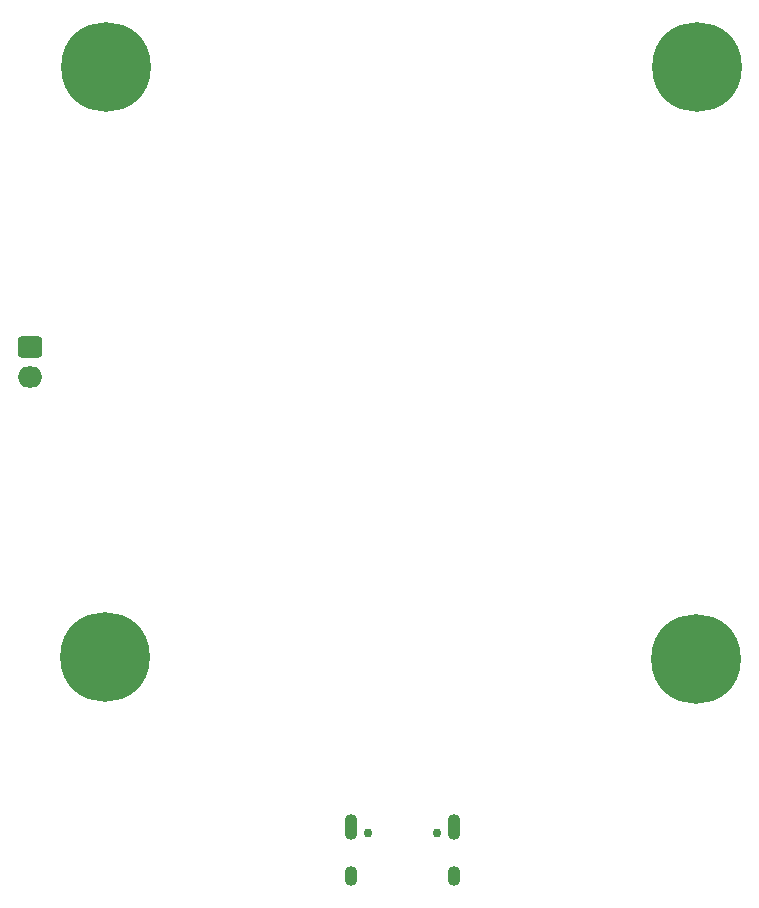
<source format=gbr>
%TF.GenerationSoftware,KiCad,Pcbnew,(6.0.10)*%
%TF.CreationDate,2023-09-07T19:24:17+02:00*%
%TF.ProjectId,Sterilization stick,53746572-696c-4697-9a61-74696f6e2073,rev?*%
%TF.SameCoordinates,Original*%
%TF.FileFunction,Soldermask,Bot*%
%TF.FilePolarity,Negative*%
%FSLAX46Y46*%
G04 Gerber Fmt 4.6, Leading zero omitted, Abs format (unit mm)*
G04 Created by KiCad (PCBNEW (6.0.10)) date 2023-09-07 19:24:17*
%MOMM*%
%LPD*%
G01*
G04 APERTURE LIST*
G04 Aperture macros list*
%AMRoundRect*
0 Rectangle with rounded corners*
0 $1 Rounding radius*
0 $2 $3 $4 $5 $6 $7 $8 $9 X,Y pos of 4 corners*
0 Add a 4 corners polygon primitive as box body*
4,1,4,$2,$3,$4,$5,$6,$7,$8,$9,$2,$3,0*
0 Add four circle primitives for the rounded corners*
1,1,$1+$1,$2,$3*
1,1,$1+$1,$4,$5*
1,1,$1+$1,$6,$7*
1,1,$1+$1,$8,$9*
0 Add four rect primitives between the rounded corners*
20,1,$1+$1,$2,$3,$4,$5,0*
20,1,$1+$1,$4,$5,$6,$7,0*
20,1,$1+$1,$6,$7,$8,$9,0*
20,1,$1+$1,$8,$9,$2,$3,0*%
G04 Aperture macros list end*
%ADD10C,0.750000*%
%ADD11O,1.100000X2.200000*%
%ADD12O,1.100000X1.700000*%
%ADD13C,7.600000*%
%ADD14RoundRect,0.300000X-0.750000X0.600000X-0.750000X-0.600000X0.750000X-0.600000X0.750000X0.600000X0*%
%ADD15O,2.100000X1.800000*%
G04 APERTURE END LIST*
D10*
%TO.C,USB1*%
X154717000Y-143242000D03*
X160497000Y-143242000D03*
D11*
X161927000Y-142712000D03*
D12*
X153287000Y-146892000D03*
X161927000Y-146892000D03*
D11*
X153287000Y-142712000D03*
%TD*%
D13*
%TO.C,H1*%
X182449968Y-128524000D03*
%TD*%
%TO.C,H2*%
X132510032Y-78347968D03*
%TD*%
%TO.C,H3*%
X132449968Y-128347968D03*
%TD*%
%TO.C,H4*%
X182510032Y-78408032D03*
%TD*%
D14*
%TO.C,J1*%
X126111000Y-102108000D03*
D15*
X126111000Y-104608000D03*
%TD*%
M02*

</source>
